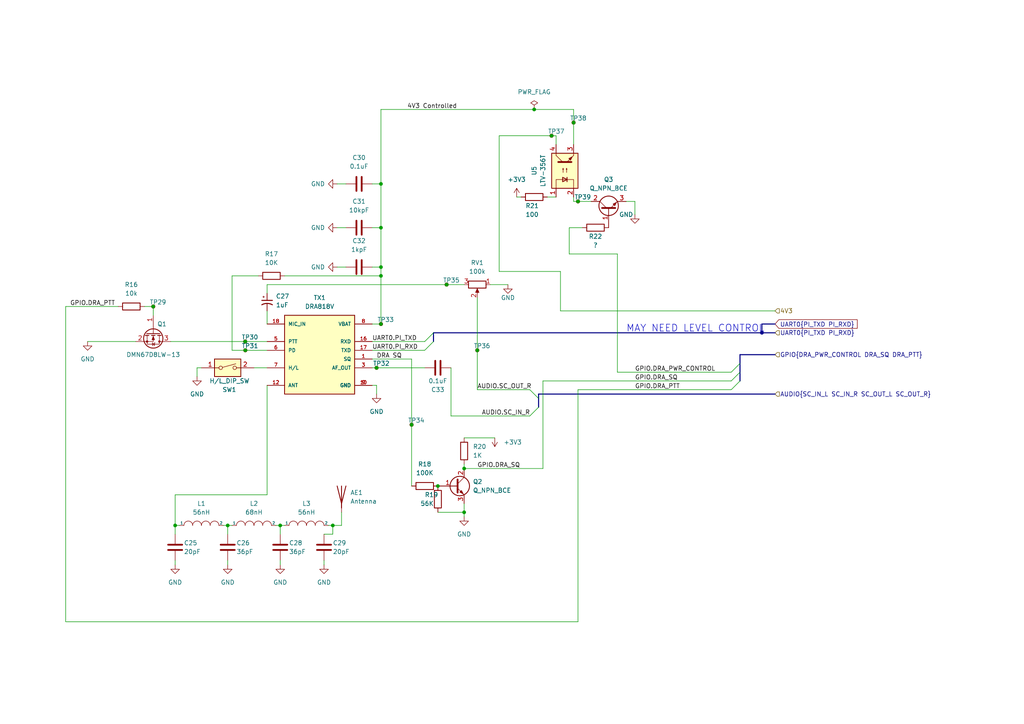
<source format=kicad_sch>
(kicad_sch (version 20211123) (generator eeschema)
  (paper "A4")
  (lib_symbols
    (symbol "Connector:TestPoint_Small" (pin_numbers hide) (pin_names (offset 0.762) hide)
      (property "Reference" "TP" (at 0 3.81 0))
      (property "Value" "TestPoint_Small" (at 0 2.032 0))
      (symbol "TestPoint_Small_0_1"
        (circle (center 0 0) (radius 0.508))
      )
      (symbol "TestPoint_Small_1_1"
        (pin passive line (at 0 0 90) (length 0) (name "1") (number "1"))
      )
    )
    (symbol "DRA818V:DRA818V" (pin_names (offset 1.016))
      (property "Reference" "U" (at -10.1661 13.2159 0))
      (property "Value" "DRA818V" (at -10.1663 -12.7078 0))
      (symbol "DRA818V_0_0"
        (rectangle (start -10.16 -10.16) (end 10.16 12.7) (stroke (width 0.254)) (fill (type background)))
        (pin output line (at 15.24 0 180) (length 5.08) (name "SQ") (number "1"))
        (pin power_in line (at 15.24 -7.62 180) (length 5.08) (name "GND") (number "10"))
        (pin passive line (at -15.24 -7.62 0) (length 5.08) (name "ANT") (number "12"))
        (pin input line (at 15.24 5.08 180) (length 5.08) (name "RXD") (number "16"))
        (pin output line (at 15.24 2.54 180) (length 5.08) (name "TXD") (number "17"))
        (pin input line (at -15.24 10.16 0) (length 5.08) (name "MIC_IN") (number "18"))
        (pin output line (at 15.24 -2.54 180) (length 5.08) (name "AF_OUT") (number "3"))
        (pin input line (at -15.24 5.08 0) (length 5.08) (name "PTT") (number "5"))
        (pin input line (at -15.24 2.54 0) (length 5.08) (name "PD") (number "6"))
        (pin input line (at -15.24 -2.54 0) (length 5.08) (name "H/L") (number "7"))
        (pin power_in line (at 15.24 10.16 180) (length 5.08) (name "VBAT") (number "8"))
        (pin power_in line (at 15.24 -7.62 180) (length 5.08) (name "GND") (number "9"))
      )
    )
    (symbol "Device:Antenna" (pin_numbers hide) (pin_names (offset 1.016) hide)
      (property "Reference" "AE" (at -1.905 1.905 0))
      (property "Value" "Antenna" (at -1.905 0 0))
      (symbol "Antenna_0_1"
        (polyline (pts (xy 0 2.54) (xy 0 -3.81)) (stroke (width 0.254)))
        (polyline (pts (xy 1.27 2.54) (xy 0 -2.54) (xy -1.27 2.54)) (stroke (width 0.254)))
      )
      (symbol "Antenna_1_1"
        (pin input line (at 0 -5.08 90) (length 2.54) (name "A") (number "1"))
      )
    )
    (symbol "Device:C" (pin_numbers hide) (pin_names (offset 0.254))
      (property "Reference" "C" (at 0.635 2.54 0))
      (property "Value" "C" (at 0.635 -2.54 0))
      (symbol "C_0_1"
        (polyline (pts (xy -2.032 -0.762) (xy 2.032 -0.762)) (stroke (width 0.508)))
        (polyline (pts (xy -2.032 0.762) (xy 2.032 0.762)) (stroke (width 0.508)))
      )
      (symbol "C_1_1"
        (pin passive line (at 0 3.81 270) (length 2.794) (name "~") (number "1"))
        (pin passive line (at 0 -3.81 90) (length 2.794) (name "~") (number "2"))
      )
    )
    (symbol "Device:C_Polarized_Small_US" (pin_numbers hide) (pin_names (offset 0.254) hide)
      (property "Reference" "C" (at 0.254 1.778 0))
      (property "Value" "C_Polarized_Small_US" (at 0.254 -2.032 0))
      (symbol "C_Polarized_Small_US_0_1"
        (polyline (pts (xy -1.524 0.508) (xy 1.524 0.508)) (stroke (width 0.3048)))
        (polyline (pts (xy -1.27 1.524) (xy -0.762 1.524)))
        (polyline (pts (xy -1.016 1.27) (xy -1.016 1.778)))
        (arc (start 1.524 -0.762) (mid 0 -0.3734) (end -1.524 -0.762) (stroke (width 0.3048)))
      )
      (symbol "C_Polarized_Small_US_1_1"
        (pin passive line (at 0 2.54 270) (length 2.032) (name "~") (number "1"))
        (pin passive line (at 0 -2.54 90) (length 2.032) (name "~") (number "2"))
      )
    )
    (symbol "Device:Q_NPN_BCE" (pin_names (offset 0) hide)
      (property "Reference" "Q" (at 5.08 1.27 0))
      (property "Value" "Q_NPN_BCE" (at 5.08 -1.27 0))
      (symbol "Q_NPN_BCE_0_1"
        (polyline (pts (xy 0.635 0.635) (xy 2.54 2.54)))
        (polyline (pts (xy 0.635 -0.635) (xy 2.54 -2.54) (xy 2.54 -2.54)))
        (polyline (pts (xy 0.635 1.905) (xy 0.635 -1.905) (xy 0.635 -1.905)) (stroke (width 0.508)))
        (polyline (pts (xy 1.27 -1.778) (xy 1.778 -1.27) (xy 2.286 -2.286) (xy 1.27 -1.778) (xy 1.27 -1.778)) (fill (type outline)))
        (circle (center 1.27 0) (radius 2.8194) (stroke (width 0.254)))
      )
      (symbol "Q_NPN_BCE_1_1"
        (pin input line (at -5.08 0 0) (length 5.715) (name "B") (number "1"))
        (pin passive line (at 2.54 5.08 270) (length 2.54) (name "C") (number "2"))
        (pin passive line (at 2.54 -5.08 90) (length 2.54) (name "E") (number "3"))
      )
    )
    (symbol "Device:R" (pin_numbers hide) (pin_names (offset 0))
      (property "Reference" "R" (at 2.032 0 90))
      (property "Value" "R" (at 0 0 90))
      (symbol "R_0_1"
        (rectangle (start -1.016 -2.54) (end 1.016 2.54) (stroke (width 0.254)))
      )
      (symbol "R_1_1"
        (pin passive line (at 0 3.81 270) (length 1.27) (name "~") (number "1"))
        (pin passive line (at 0 -3.81 90) (length 1.27) (name "~") (number "2"))
      )
    )
    (symbol "Device:R_Potentiometer" (pin_names (offset 1.016) hide)
      (property "Reference" "RV" (at -4.445 0 90))
      (property "Value" "R_Potentiometer" (at -2.54 0 90))
      (symbol "R_Potentiometer_0_1"
        (polyline (pts (xy 2.54 0) (xy 1.524 0)))
        (polyline (pts (xy 1.143 0) (xy 2.286 0.508) (xy 2.286 -0.508) (xy 1.143 0)) (fill (type outline)))
        (rectangle (start 1.016 2.54) (end -1.016 -2.54) (stroke (width 0.254)))
      )
      (symbol "R_Potentiometer_1_1"
        (pin passive line (at 0 3.81 270) (length 1.27) (name "1") (number "1"))
        (pin passive line (at 3.81 0 180) (length 1.27) (name "2") (number "2"))
        (pin passive line (at 0 -3.81 90) (length 1.27) (name "3") (number "3"))
      )
    )
    (symbol "Isolator:LTV-356T" (pin_names (offset 1.016))
      (property "Reference" "U" (at -5.334 4.826 0))
      (property "Value" "LTV-356T" (at 0 5.08 0))
      (symbol "LTV-356T_0_1"
        (rectangle (start -5.08 3.81) (end 5.08 -3.81) (stroke (width 0.254)) (fill (type background)))
        (polyline (pts (xy -3.175 -0.635) (xy -1.905 -0.635)) (stroke (width 0.254)))
        (polyline (pts (xy 2.54 0.635) (xy 4.445 2.54)))
        (polyline (pts (xy 4.445 -2.54) (xy 2.54 -0.635)) (fill (type outline)))
        (polyline (pts (xy 4.445 -2.54) (xy 5.08 -2.54)))
        (polyline (pts (xy 4.445 2.54) (xy 5.08 2.54)))
        (polyline (pts (xy -5.08 2.54) (xy -2.54 2.54) (xy -2.54 -0.762)))
        (polyline (pts (xy -2.54 -0.635) (xy -2.54 -2.54) (xy -5.08 -2.54)))
        (polyline (pts (xy 2.54 1.905) (xy 2.54 -1.905) (xy 2.54 -1.905)) (stroke (width 0.508)))
        (polyline (pts (xy -2.54 -0.635) (xy -3.175 0.635) (xy -1.905 0.635) (xy -2.54 -0.635)) (stroke (width 0.254)))
        (polyline (pts (xy -0.508 -0.508) (xy 0.762 -0.508) (xy 0.381 -0.635) (xy 0.381 -0.381) (xy 0.762 -0.508)))
        (polyline (pts (xy -0.508 0.508) (xy 0.762 0.508) (xy 0.381 0.381) (xy 0.381 0.635) (xy 0.762 0.508)))
        (polyline (pts (xy 3.048 -1.651) (xy 3.556 -1.143) (xy 4.064 -2.159) (xy 3.048 -1.651) (xy 3.048 -1.651)) (fill (type outline)))
      )
      (symbol "LTV-356T_1_1"
        (pin passive line (at -7.62 2.54 0) (length 2.54) (name "~") (number "1"))
        (pin passive line (at -7.62 -2.54 0) (length 2.54) (name "~") (number "2"))
        (pin passive line (at 7.62 -2.54 180) (length 2.54) (name "~") (number "3"))
        (pin passive line (at 7.62 2.54 180) (length 2.54) (name "~") (number "4"))
      )
    )
    (symbol "Switch:SW_DIP_x01" (pin_names (offset 0) hide)
      (property "Reference" "SW" (at 0 3.81 0))
      (property "Value" "SW_DIP_x01" (at 0 -3.81 0))
      (symbol "SW_DIP_x01_0_0"
        (circle (center -2.032 0) (radius 0.508))
        (polyline (pts (xy -1.524 0.127) (xy 2.3622 1.1684)))
        (circle (center 2.032 0) (radius 0.508))
      )
      (symbol "SW_DIP_x01_0_1"
        (rectangle (start -3.81 2.54) (end 3.81 -2.54) (stroke (width 0.254)) (fill (type background)))
      )
      (symbol "SW_DIP_x01_1_1"
        (pin passive line (at -7.62 0 0) (length 5.08) (name "~") (number "1"))
        (pin passive line (at 7.62 0 180) (length 5.08) (name "~") (number "2"))
      )
    )
    (symbol "Transistor_FET:2N7002K" (pin_names hide)
      (property "Reference" "Q" (at 5.08 1.905 0))
      (property "Value" "2N7002K" (at 5.08 0 0))
      (symbol "2N7002K_0_1"
        (polyline (pts (xy 0.254 0) (xy -2.54 0)))
        (polyline (pts (xy 0.254 1.905) (xy 0.254 -1.905)) (stroke (width 0.254)))
        (polyline (pts (xy 0.762 -1.27) (xy 0.762 -2.286)) (stroke (width 0.254)))
        (polyline (pts (xy 0.762 0.508) (xy 0.762 -0.508)) (stroke (width 0.254)))
        (polyline (pts (xy 0.762 2.286) (xy 0.762 1.27)) (stroke (width 0.254)))
        (polyline (pts (xy 2.54 2.54) (xy 2.54 1.778)))
        (polyline (pts (xy 2.54 -2.54) (xy 2.54 0) (xy 0.762 0)))
        (polyline (pts (xy 0.762 -1.778) (xy 3.302 -1.778) (xy 3.302 1.778) (xy 0.762 1.778)))
        (polyline (pts (xy 1.016 0) (xy 2.032 0.381) (xy 2.032 -0.381) (xy 1.016 0)) (fill (type outline)))
        (polyline (pts (xy 2.794 0.508) (xy 2.921 0.381) (xy 3.683 0.381) (xy 3.81 0.254)))
        (polyline (pts (xy 3.302 0.381) (xy 2.921 -0.254) (xy 3.683 -0.254) (xy 3.302 0.381)))
        (circle (center 1.651 0) (radius 2.794) (stroke (width 0.254)))
        (circle (center 2.54 -1.778) (radius 0.254) (fill (type outline)))
        (circle (center 2.54 1.778) (radius 0.254) (fill (type outline)))
      )
      (symbol "2N7002K_1_1"
        (pin input line (at -5.08 0 0) (length 2.54) (name "G") (number "1"))
        (pin passive line (at 2.54 -5.08 90) (length 2.54) (name "S") (number "2"))
        (pin passive line (at 2.54 5.08 270) (length 2.54) (name "D") (number "3"))
      )
    )
    (symbol "power:+3V3" (power) (pin_names (offset 0))
      (property "Value" "+3V3" (at 0 3.556 0))
      (symbol "+3V3_0_1"
        (polyline (pts (xy -0.762 1.27) (xy 0 2.54)))
        (polyline (pts (xy 0 0) (xy 0 2.54)))
        (polyline (pts (xy 0 2.54) (xy 0.762 1.27)))
      )
      (symbol "+3V3_1_1"
        (pin power_in line (at 0 0 90) (length 0) hide (name "+3V3") (number "1"))
      )
    )
    (symbol "power:GND" (power) (pin_names (offset 0))
      (property "Value" "GND" (at 0 -3.81 0))
      (symbol "GND_0_1"
        (polyline (pts (xy 0 0) (xy 0 -1.27) (xy 1.27 -1.27) (xy 0 -2.54) (xy -1.27 -1.27) (xy 0 -1.27)))
      )
      (symbol "GND_1_1"
        (pin power_in line (at 0 0 270) (length 0) hide (name "GND") (number "1"))
      )
    )
    (symbol "power:PWR_FLAG" (power) (pin_numbers hide) (pin_names (offset 0) hide)
      (property "Value" "PWR_FLAG" (at 0 3.81 0))
      (symbol "PWR_FLAG_0_0"
        (pin power_out line (at 0 0 90) (length 0) (name "pwr") (number "1"))
      )
      (symbol "PWR_FLAG_0_1"
        (polyline (pts (xy 0 0) (xy 0 1.27) (xy -1.016 1.905) (xy 0 2.54) (xy 1.016 1.905) (xy 0 1.27)))
      )
    )
    (symbol "pspice:INDUCTOR" (pin_numbers hide) (pin_names (offset 0))
      (property "Reference" "L" (at 0 2.54 0))
      (property "Value" "INDUCTOR" (at 0 -1.27 0))
      (symbol "INDUCTOR_0_1"
        (arc (start -2.54 0) (mid -3.81 1.27) (end -5.08 0))
        (arc (start 0 0) (mid -1.27 1.27) (end -2.54 0))
        (arc (start 2.54 0) (mid 1.27 1.27) (end 0 0))
        (arc (start 5.08 0) (mid 3.81 1.27) (end 2.54 0))
      )
      (symbol "INDUCTOR_1_1"
        (pin input line (at -6.35 0 0) (length 1.27) (name "1") (number "1"))
        (pin input line (at 6.35 0 180) (length 1.27) (name "2") (number "2"))
      )
    )
  )
  (junction (at 129.54 82.55))
  (junction (at 110.49 80.01))
  (junction (at 109.22 106.68))
  (junction (at 110.49 66.04))
  (junction (at 138.43 101.6))
  (junction (at 134.62 135.89))
  (junction (at 71.12 99.06))
  (junction (at 159.9711 39.37))
  (junction (at 167.64 58.42))
  (junction (at 71.1549 101.6))
  (junction (at 166.37 35.56))
  (junction (at 44.45 88.9))
  (junction (at 220.98 96.52))
  (junction (at 110.49 93.98))
  (junction (at 66.04 152.4))
  (junction (at 127 140.97))
  (junction (at 50.8 152.4))
  (junction (at 110.49 53.34))
  (junction (at 110.49 77.47))
  (junction (at 134.62 148.59))
  (junction (at 96.52 152.4))
  (junction (at 81.28 152.4))
  (junction (at 119.38 123.19))
  (junction (at 154.94 31.75))
  (bus_entry (at 214.63 107.95) (size -2.54 2.54))
  (bus_entry (at 125.73 99.06) (size -2.54 2.54))
  (bus_entry (at 156.21 115.57) (size -2.54 -2.54))
  (bus_entry (at 214.63 105.41) (size -2.54 2.54))
  (bus_entry (at 125.73 96.52) (size -2.54 2.54))
  (bus_entry (at 156.21 118.11) (size -2.54 2.54))
  (bus_entry (at 214.63 110.49) (size -2.54 2.54))
  (wire (pts (xy 82.55 80.01) (xy 110.49 80.01)))
  (wire (pts (xy 81.28 162.56) (xy 81.28 163.83)))
  (wire (pts (xy 159.9711 39.37) (xy 144.78 39.37)))
  (wire (pts (xy 119.38 104.14) (xy 119.38 123.19)))
  (wire (pts (xy 96.52 152.4) (xy 99.06 152.4)))
  (wire (pts (xy 162.56 78.74) (xy 162.56 90.17)))
  (wire (pts (xy 64.77 152.4) (xy 66.04 152.4)))
  (bus (pts (xy 220.98 96.52) (xy 224.79 96.52)))
  (wire (pts (xy 157.48 110.49) (xy 212.09 110.49)))
  (wire (pts (xy 162.56 90.17) (xy 224.79 90.17)))
  (wire (pts (xy 58.42 106.68) (xy 57.15 106.68)))
  (wire (pts (xy 110.49 80.01) (xy 110.49 93.98)))
  (bus (pts (xy 125.73 96.52) (xy 125.73 99.06)))
  (wire (pts (xy 66.04 162.56) (xy 66.04 163.83)))
  (wire (pts (xy 166.37 31.75) (xy 166.37 35.56)))
  (wire (pts (xy 130.81 120.65) (xy 153.67 120.65)))
  (wire (pts (xy 57.15 106.68) (xy 57.15 109.22)))
  (bus (pts (xy 156.21 115.57) (xy 156.21 118.11)))
  (wire (pts (xy 19.05 180.34) (xy 167.64 180.34)))
  (wire (pts (xy 107.95 77.47) (xy 110.49 77.47)))
  (wire (pts (xy 97.79 77.47) (xy 100.33 77.47)))
  (wire (pts (xy 77.47 143.51) (xy 77.47 111.76)))
  (wire (pts (xy 41.91 88.9) (xy 44.45 88.9)))
  (wire (pts (xy 71.1549 101.6) (xy 77.47 101.6)))
  (wire (pts (xy 144.78 78.74) (xy 162.56 78.74)))
  (wire (pts (xy 81.28 152.4) (xy 81.28 154.94)))
  (wire (pts (xy 138.43 86.36) (xy 138.43 101.6)))
  (wire (pts (xy 134.62 135.89) (xy 157.48 135.89)))
  (wire (pts (xy 50.8 162.56) (xy 50.8 163.83)))
  (wire (pts (xy 110.49 31.75) (xy 110.49 53.34)))
  (wire (pts (xy 67.31 101.6) (xy 67.31 80.01)))
  (wire (pts (xy 66.04 152.4) (xy 66.04 154.94)))
  (wire (pts (xy 130.81 120.65) (xy 130.81 106.68)))
  (wire (pts (xy 107.95 99.06) (xy 123.19 99.06)))
  (wire (pts (xy 134.62 127) (xy 143.51 127)))
  (wire (pts (xy 167.64 180.34) (xy 167.64 113.03)))
  (wire (pts (xy 50.8 143.51) (xy 77.47 143.51)))
  (wire (pts (xy 109.22 111.76) (xy 109.22 114.3)))
  (wire (pts (xy 138.43 113.03) (xy 153.67 113.03)))
  (bus (pts (xy 125.73 96.52) (xy 220.98 96.52)))
  (wire (pts (xy 44.45 88.9) (xy 44.45 91.44)))
  (wire (pts (xy 138.43 101.6) (xy 138.43 113.03)))
  (wire (pts (xy 96.52 152.4) (xy 96.52 154.94)))
  (wire (pts (xy 166.37 31.75) (xy 154.94 31.75)))
  (wire (pts (xy 161.29 39.37) (xy 161.29 41.91)))
  (wire (pts (xy 129.54 82.55) (xy 134.62 82.55)))
  (wire (pts (xy 25.4 99.06) (xy 39.37 99.06)))
  (bus (pts (xy 214.63 107.95) (xy 214.63 105.41)))
  (wire (pts (xy 93.98 154.94) (xy 96.52 154.94)))
  (wire (pts (xy 110.49 53.34) (xy 110.49 66.04)))
  (wire (pts (xy 107.95 53.34) (xy 110.49 53.34)))
  (wire (pts (xy 107.95 101.6) (xy 123.19 101.6)))
  (wire (pts (xy 50.8 152.4) (xy 50.8 143.51)))
  (wire (pts (xy 93.98 162.56) (xy 93.98 163.83)))
  (wire (pts (xy 181.61 58.42) (xy 184.15 58.42)))
  (wire (pts (xy 71.12 99.06) (xy 77.47 99.06)))
  (wire (pts (xy 110.49 77.47) (xy 110.49 80.01)))
  (wire (pts (xy 167.64 58.42) (xy 171.45 58.42)))
  (wire (pts (xy 157.48 135.89) (xy 157.48 110.49)))
  (wire (pts (xy 179.07 107.95) (xy 179.07 73.66)))
  (wire (pts (xy 165.1 73.66) (xy 179.07 73.66)))
  (wire (pts (xy 134.62 148.59) (xy 134.62 149.86)))
  (wire (pts (xy 99.06 148.59) (xy 99.06 152.4)))
  (wire (pts (xy 95.25 152.4) (xy 96.52 152.4)))
  (wire (pts (xy 80.01 152.4) (xy 81.28 152.4)))
  (wire (pts (xy 50.8 152.4) (xy 52.07 152.4)))
  (wire (pts (xy 127 148.59) (xy 134.62 148.59)))
  (wire (pts (xy 158.75 57.15) (xy 161.29 57.15)))
  (wire (pts (xy 134.62 134.62) (xy 134.62 135.89)))
  (bus (pts (xy 156.21 114.3) (xy 156.21 115.57)))
  (wire (pts (xy 66.04 152.4) (xy 67.31 152.4)))
  (wire (pts (xy 166.37 58.42) (xy 166.37 57.15)))
  (wire (pts (xy 168.91 66.04) (xy 165.1 66.04)))
  (wire (pts (xy 144.78 39.37) (xy 144.78 78.74)))
  (bus (pts (xy 224.79 102.87) (xy 214.63 102.87)))
  (wire (pts (xy 50.8 154.94) (xy 50.8 152.4)))
  (wire (pts (xy 107.95 111.76) (xy 109.22 111.76)))
  (wire (pts (xy 166.37 58.42) (xy 167.64 58.42)))
  (wire (pts (xy 149.86 57.15) (xy 151.13 57.15)))
  (wire (pts (xy 119.38 123.19) (xy 119.38 140.97)))
  (bus (pts (xy 214.63 110.49) (xy 214.63 107.95)))
  (wire (pts (xy 161.29 39.37) (xy 159.9711 39.37)))
  (wire (pts (xy 19.05 88.9) (xy 19.05 180.34)))
  (wire (pts (xy 107.95 66.04) (xy 110.49 66.04)))
  (wire (pts (xy 77.47 82.55) (xy 77.47 85.09)))
  (bus (pts (xy 156.21 114.3) (xy 224.79 114.3)))
  (bus (pts (xy 214.63 105.41) (xy 214.63 102.87)))
  (wire (pts (xy 134.62 146.05) (xy 134.62 148.59)))
  (wire (pts (xy 97.79 66.04) (xy 100.33 66.04)))
  (wire (pts (xy 107.95 93.98) (xy 110.49 93.98)))
  (wire (pts (xy 19.05 88.9) (xy 34.29 88.9)))
  (wire (pts (xy 77.47 82.55) (xy 129.54 82.55)))
  (wire (pts (xy 110.49 66.04) (xy 110.49 77.47)))
  (bus (pts (xy 224.79 93.98) (xy 220.98 93.98)))
  (wire (pts (xy 212.09 107.95) (xy 179.07 107.95)))
  (wire (pts (xy 77.47 90.17) (xy 77.47 93.98)))
  (bus (pts (xy 220.98 93.98) (xy 220.98 96.52)))
  (wire (pts (xy 107.95 104.14) (xy 119.38 104.14)))
  (wire (pts (xy 166.37 35.56) (xy 166.37 41.91)))
  (wire (pts (xy 67.31 101.6) (xy 71.1549 101.6)))
  (wire (pts (xy 81.28 152.4) (xy 82.55 152.4)))
  (wire (pts (xy 109.22 106.68) (xy 123.19 106.68)))
  (wire (pts (xy 184.15 58.42) (xy 184.15 62.23)))
  (wire (pts (xy 165.1 66.04) (xy 165.1 73.66)))
  (wire (pts (xy 154.94 31.75) (xy 110.49 31.75)))
  (wire (pts (xy 167.64 113.03) (xy 212.09 113.03)))
  (wire (pts (xy 97.79 53.34) (xy 100.33 53.34)))
  (wire (pts (xy 67.31 80.01) (xy 74.93 80.01)))
  (wire (pts (xy 49.53 99.06) (xy 71.12 99.06)))
  (wire (pts (xy 142.24 82.55) (xy 147.32 82.55)))
  (wire (pts (xy 107.95 106.68) (xy 109.22 106.68)))
  (wire (pts (xy 73.66 106.68) (xy 77.47 106.68)))
  (text "MAY NEED LEVEL CONTROL\n" (at 181.61 96.52 0) (effects (font (size 2 2)) (justify left bottom)))
  (label "GPIO.DRA_PTT" (at 20.32 88.9 0))
  (label "GPIO.DRA_SQ" (at 184.15 110.49 0))
  (label "GPIO.DRA_SQ" (at 138.43 135.89 0))
  (label "AUDIO.SC_OUT_R" (at 138.43 113.03 0))
  (label "UART0.PI_TXD" (at 107.95 99.06 0))
  (label "GPIO.DRA_PTT" (at 184.15 113.03 0))
  (label "DRA SQ" (at 109.22 104.14 0))
  (label "4V3 Controlled" (at 118.11 31.75 0))
  (label "UART0.PI_RXD" (at 107.95 101.6 0))
  (label "AUDIO.SC_IN_R" (at 139.7 120.65 0))
  (label "GPIO.DRA_PWR_CONTROL" (at 184.15 107.95 0))
  (global_label "UART0{PI_TXD PI_RXD}" (shape input) (at 224.79 93.98 0) (property "Intersheet References" "${INTERSHEET_REFS}" (effects hide)))
  (hierarchical_label "4V3" (shape input) (at 224.79 90.17 0))
  (hierarchical_label "AUDIO{SC_IN_L SC_IN_R SC_OUT_L SC_OUT_R}" (shape input) (at 224.79 114.3 0))
  (hierarchical_label "UART0{PI_TXD PI_RXD}" (shape input) (at 224.79 96.52 0))
  (hierarchical_label "GPIO{DRA_PWR_CONTROL DRA_SQ DRA_PTT}" (shape input) (at 224.79 102.87 0))
  (symbol (lib_id "Device:R") (at 134.62 130.81 0) (unit 1)
    (property "Reference" "R20" (at 137.16 129.5399 0) (effects (justify left)))
    (property "Value" "1K" (at 137.16 132.0799 0) (effects (justify left)))
    (property "Footprint" "Resistor_SMD:R_0603_1608Metric_Pad0.98x0.95mm_HandSolder" (effects hide))
    (property "Digikey" "https://www.digikey.com/short/f10jtr77" (effects hide))
    (property "Unit Price" "0.10" (effects hide))
  )
  (symbol (lib_id "pspice:INDUCTOR") (at 73.66 152.4 0) (unit 1)
    (property "Reference" "L2" (at 73.66 146.05 0))
    (property "Value" "68nH" (at 73.66 148.59 0))
    (property "Footprint" "footprints:IND_AIAC-1812-33NK-T" (effects hide))
    (property "Digikey" "https://www.digikey.com/short/p9jjjhfr" (effects hide))
    (property "Unit Price" ".63" (effects hide))
  )
  (symbol (lib_id "power:GND") (at 97.79 77.47 270) (unit 1)
    (property "Reference" "#PWR0160" (effects hide))
    (property "Value" "GND" (at 90.17 77.47 90) (effects (justify left)))
  )
  (symbol (lib_id "Device:Q_NPN_BCE") (at 176.53 60.96 90) (unit 1)
    (property "Reference" "Q3" (at 176.53 52.07 90))
    (property "Value" "Q_NPN_BCE" (at 176.53 54.61 90))
    (property "Footprint" "Package_TO_SOT_SMD:SOT-23" (effects hide))
    (property "Digikey" "https://www.digikey.com/short/b477vdt4" (effects hide))
    (property "Unit Price" "$0.18" (effects hide))
  )
  (symbol (lib_id "power:GND") (at 97.79 53.34 270) (unit 1)
    (property "Reference" "#PWR0152" (effects hide))
    (property "Value" "GND" (at 90.17 53.34 90) (effects (justify left)))
  )
  (symbol (lib_id "power:GND") (at 93.98 163.83 0) (unit 1)
    (property "Reference" "#PWR0157" (effects hide))
    (property "Value" "GND" (at 93.98 168.91 0))
  )
  (symbol (lib_id "Connector:TestPoint_Small") (at 166.37 35.56 0) (mirror y) (unit 1)
    (property "Reference" "TP38" (at 170.18 34.29 0) (effects (justify left)))
    (property "Value" "Test Point" (effects hide))
    (property "Footprint" "TestPoint:TestPoint_Pad_D1.0mm" (effects hide))
  )
  (symbol (lib_id "Connector:TestPoint_Small") (at 159.9711 39.37 0) (mirror y) (unit 1)
    (property "Reference" "TP37" (at 163.7811 38.1 0) (effects (justify left)))
    (property "Value" "Test Point" (effects hide))
    (property "Footprint" "TestPoint:TestPoint_Pad_D1.0mm" (effects hide))
  )
  (symbol (lib_id "pspice:INDUCTOR") (at 88.9 152.4 0) (unit 1)
    (property "Reference" "L3" (at 88.9 146.05 0))
    (property "Value" "56nH" (at 88.9 148.59 0))
    (property "Footprint" "footprints:IND_AIAC-1812-33NK-T" (effects hide))
    (property "Digikey" "https://www.digikey.com/short/9vrrnz3q" (effects hide))
    (property "Unit Price" ".67" (effects hide))
  )
  (symbol (lib_id "power:GND") (at 147.32 82.55 0) (unit 1)
    (property "Reference" "#PWR0147" (effects hide))
    (property "Value" "GND" (at 147.32 86.36 0))
  )
  (symbol (lib_id "Connector:TestPoint_Small") (at 119.38 123.19 0) (mirror y) (unit 1)
    (property "Reference" "TP34" (at 123.19 121.92 0) (effects (justify left)))
    (property "Value" "Test Point" (effects hide))
    (property "Footprint" "TestPoint:TestPoint_Pad_D1.0mm" (effects hide))
  )
  (symbol (lib_id "Device:C") (at 127 106.68 90) (unit 1)
    (property "Reference" "C33" (at 127 113.03 90))
    (property "Value" "0.1uF" (at 127 110.49 90))
    (property "Footprint" "Capacitor_SMD:C_0603_1608Metric_Pad1.08x0.95mm_HandSolder" (effects hide))
    (property "Digikey" "https://www.digikey.com/short/3wn2fdb2" (effects hide))
    (property "Unit Price" "0.10" (effects hide))
  )
  (symbol (lib_id "power:GND") (at 134.62 149.86 0) (unit 1)
    (property "Reference" "#PWR0150" (effects hide))
    (property "Value" "GND" (at 134.62 154.94 0))
  )
  (symbol (lib_id "Connector:TestPoint_Small") (at 138.43 101.6 0) (mirror y) (unit 1)
    (property "Reference" "TP36" (at 142.24 100.33 0) (effects (justify left)))
    (property "Value" "Test Point" (effects hide))
    (property "Footprint" "TestPoint:TestPoint_Pad_D1.0mm" (effects hide))
  )
  (symbol (lib_id "power:GND") (at 81.28 163.83 0) (unit 1)
    (property "Reference" "#PWR0154" (effects hide))
    (property "Value" "GND" (at 81.28 168.91 0))
  )
  (symbol (lib_id "Connector:TestPoint_Small") (at 167.64 58.42 0) (mirror y) (unit 1)
    (property "Reference" "TP39" (at 171.45 57.15 0) (effects (justify left)))
    (property "Value" "Test Point" (effects hide))
    (property "Footprint" "TestPoint:TestPoint_Pad_D1.0mm" (effects hide))
  )
  (symbol (lib_id "power:GND") (at 50.8 163.83 0) (unit 1)
    (property "Reference" "#PWR0155" (effects hide))
    (property "Value" "GND" (at 50.8 168.91 0))
  )
  (symbol (lib_id "Device:R") (at 154.94 57.15 270) (unit 1)
    (property "Reference" "R21" (at 152.4 59.69 90) (effects (justify left)))
    (property "Value" "100" (at 152.4 62.23 90) (effects (justify left)))
    (property "Footprint" "Resistor_SMD:R_0805_2012Metric_Pad1.20x1.40mm_HandSolder" (effects hide))
    (property "Min Wat" "0.036" (effects hide))
    (property "Digikey" "https://www.digikey.com/short/j2drdv0p" (effects hide))
    (property "Unit Price" "0.10" (effects hide))
  )
  (symbol (lib_id "Device:C") (at 104.14 53.34 90) (unit 1)
    (property "Reference" "C30" (at 104.14 45.72 90))
    (property "Value" "0.1uF" (at 104.14 48.26 90))
    (property "Footprint" "Capacitor_SMD:C_0603_1608Metric_Pad1.08x0.95mm_HandSolder" (effects hide))
    (property "Digikey" "https://www.digikey.com/short/3wn2fdb2" (effects hide))
    (property "Unit Price" "0.10" (effects hide))
  )
  (symbol (lib_id "Device:R") (at 123.19 140.97 90) (unit 1)
    (property "Reference" "R18" (at 123.19 134.62 90))
    (property "Value" "100K" (at 123.19 137.16 90))
    (property "Footprint" "Resistor_SMD:R_0603_1608Metric_Pad0.98x0.95mm_HandSolder" (effects hide))
    (property "Digikey" "https://www.digikey.com/short/djq9jdpp" (effects hide))
    (property "Unit Price" "0.10" (effects hide))
  )
  (symbol (lib_id "Device:C") (at 81.28 158.75 0) (unit 1)
    (property "Reference" "C28" (at 83.82 157.48 0) (effects (justify left)))
    (property "Value" "36pF" (at 83.82 160.02 0) (effects (justify left)))
    (property "Footprint" "Capacitor_SMD:C_0603_1608Metric_Pad1.08x0.95mm_HandSolder" (effects hide))
    (property "Digikey" "https://www.digikey.com/short/327pncbq" (effects hide))
    (property "Unit Price" "0.10" (effects hide))
  )
  (symbol (lib_id "Connector:TestPoint_Small") (at 71.12 99.06 0) (mirror y) (unit 1)
    (property "Reference" "TP30" (at 74.93 97.79 0) (effects (justify left)))
    (property "Value" "Test Point" (effects hide))
    (property "Footprint" "TestPoint:TestPoint_Pad_D1.0mm" (effects hide))
  )
  (symbol (lib_id "power:+3V3") (at 143.51 127 180) (unit 1)
    (property "Reference" "#PWR0149" (effects hide))
    (property "Value" "+3V3" (at 146.05 128.2699 0) (effects (justify right)))
  )
  (symbol (lib_id "Device:C") (at 50.8 158.75 0) (unit 1)
    (property "Reference" "C25" (at 53.34 157.48 0) (effects (justify left)))
    (property "Value" "20pF" (at 53.34 160.02 0) (effects (justify left)))
    (property "Footprint" "Capacitor_SMD:C_0603_1608Metric_Pad1.08x0.95mm_HandSolder" (effects hide))
    (property "Digikey" "https://www.digikey.com/short/fmjn8mbp" (effects hide))
    (property "Unit Price" "0.10" (effects hide))
  )
  (symbol (lib_id "power:GND") (at 184.15 62.23 0) (unit 1)
    (property "Reference" "#PWR0161" (effects hide))
    (property "Value" "GND" (at 181.61 62.23 0))
  )
  (symbol (lib_id "Connector:TestPoint_Small") (at 44.45 88.9 0) (mirror y) (unit 1)
    (property "Reference" "TP29" (at 48.26 87.63 0) (effects (justify left)))
    (property "Value" "Test Point" (effects hide))
    (property "Footprint" "TestPoint:TestPoint_Pad_D1.0mm" (effects hide))
  )
  (symbol (lib_id "Device:Antenna") (at 99.06 143.51 0) (unit 1)
    (property "Reference" "AE1" (at 101.6 142.8749 0) (effects (justify left)))
    (property "Value" "Antenna" (at 101.6 145.4149 0) (effects (justify left)))
    (property "Footprint" "footprints:LINX_CONSMA001-G" (effects hide))
  )
  (symbol (lib_id "Device:C") (at 93.98 158.75 0) (unit 1)
    (property "Reference" "C29" (at 96.52 157.48 0) (effects (justify left)))
    (property "Value" "20pF" (at 96.52 160.02 0) (effects (justify left)))
    (property "Footprint" "Capacitor_SMD:C_0603_1608Metric_Pad1.08x0.95mm_HandSolder" (effects hide))
    (property "Digikey" "https://www.digikey.com/short/fmjn8mbp" (effects hide))
    (property "Unit Price" "0.10" (effects hide))
  )
  (symbol (lib_id "Device:R_Potentiometer") (at 138.43 82.55 270) (unit 1)
    (property "Reference" "RV1" (at 138.43 76.2 90))
    (property "Value" "100k" (at 138.43 78.74 90))
    (property "Footprint" "footprints:TRIM_3361P-1-104GLF" (effects hide))
    (property "Digikey" "https://www.digikey.com/short/vp58mvrf" (effects hide))
    (property "Unit Price" "1.27" (effects hide))
  )
  (symbol (lib_id "power:GND") (at 109.22 114.3 0) (unit 1)
    (property "Reference" "#PWR0159" (effects hide))
    (property "Value" "GND" (at 109.22 119.38 0))
  )
  (symbol (lib_id "Switch:SW_DIP_x01") (at 66.04 106.68 0) (unit 1)
    (property "Reference" "SW1" (at 68.58 113.03 0) (effects (justify right)))
    (property "Value" "H/L_DIP_SW" (at 72.39 110.49 0) (effects (justify right)))
    (property "Footprint" "Button_Switch_THT:SW_DIP_SPSTx01_Slide_6.7x4.1mm_W7.62mm_P2.54mm_LowProfile" (effects hide))
    (property "Digikey" "https://www.digikey.com/short/hh7p03qq" (effects hide))
    (property "Unit Price" "0.42" (effects hide))
  )
  (symbol (lib_id "Device:R") (at 78.74 80.01 90) (unit 1)
    (property "Reference" "R17" (at 78.74 73.66 90))
    (property "Value" "10K" (at 78.74 76.2 90))
    (property "Footprint" "Resistor_SMD:R_0805_2012Metric_Pad1.20x1.40mm_HandSolder" (effects hide))
    (property "Digikey" "https://www.digikey.com/short/qp0zwmnj" (effects hide))
    (property "Unit Price" "0.10" (effects hide))
  )
  (symbol (lib_id "power:PWR_FLAG") (at 154.94 31.75 0) (unit 1)
    (property "Reference" "#FLG0106" (effects hide))
    (property "Value" "PWR_FLAG" (at 154.94 26.67 0))
  )
  (symbol (lib_id "Transistor_FET:2N7002K") (at 44.45 96.52 270) (unit 1)
    (property "Reference" "Q1" (at 46.99 93.98 90))
    (property "Value" "DMN67D8LW-13" (at 44.45 102.87 90))
    (property "Footprint" "Package_TO_SOT_SMD:SOT-323_SC-70_Handsoldering" (effects hide))
    (property "Datasheet" "https://www.diodes.com/assets/Datasheets/ds30896.pdf" (effects hide))
    (property "Digikey" "https://www.digikey.com/short/vpj3wh87" (effects hide))
    (property "Unit Price" "0.26" (effects hide))
  )
  (symbol (lib_id "Device:R") (at 172.72 66.04 270) (unit 1)
    (property "Reference" "R22" (at 172.72 68.58 90))
    (property "Value" "?" (at 172.72 71.12 90))
    (property "Footprint" "Resistor_SMD:R_0603_1608Metric_Pad0.98x0.95mm_HandSolder" (effects hide))
    (property "Digikey" "?" (effects hide))
  )
  (symbol (lib_id "Device:C") (at 104.14 66.04 90) (unit 1)
    (property "Reference" "C31" (at 104.14 58.42 90))
    (property "Value" "10kpF" (at 104.14 60.96 90))
    (property "Footprint" "Capacitor_SMD:C_0603_1608Metric_Pad1.08x0.95mm_HandSolder" (effects hide))
    (property "Digikey" "https://www.digikey.com/short/0b20twhm" (effects hide))
    (property "Unit Price" "0.10" (effects hide))
  )
  (symbol (lib_id "power:GND") (at 57.15 109.22 0) (unit 1)
    (property "Reference" "#PWR0148" (effects hide))
    (property "Value" "GND" (at 57.15 114.3 0))
  )
  (symbol (lib_id "Connector:TestPoint_Small") (at 110.49 93.98 0) (mirror y) (unit 1)
    (property "Reference" "TP33" (at 114.3 92.71 0) (effects (justify left)))
    (property "Value" "Test Point" (effects hide))
    (property "Footprint" "TestPoint:TestPoint_Pad_D1.0mm" (effects hide))
  )
  (symbol (lib_id "Device:C") (at 66.04 158.75 0) (unit 1)
    (property "Reference" "C26" (at 68.58 157.48 0) (effects (justify left)))
    (property "Value" "36pF" (at 68.58 160.02 0) (effects (justify left)))
    (property "Footprint" "Capacitor_SMD:C_0603_1608Metric_Pad1.08x0.95mm_HandSolder" (effects hide))
    (property "Digikey" "https://www.digikey.com/short/327pncbq" (effects hide))
    (property "Unit Price" "0.10" (effects hide))
  )
  (symbol (lib_id "DRA818V:DRA818V") (at 92.71 104.14 0) (unit 1)
    (property "Reference" "TX1" (at 92.71 86.36 0))
    (property "Value" "DRA818V" (at 92.71 88.9 0))
    (property "Footprint" "footprints:DORJI_DRA818V" (effects hide))
    (property "MANUFACTURER" "DORJI" (effects hide))
    (property "STANDARD" "MANUFACTURER RECOMMENDATIONS" (effects hide))
    (property "PART_REV" "1.23" (effects hide))
    (property "Digikey" "eBay" (effects hide))
    (property "Unit Price" "12.28" (effects hide))
  )
  (symbol (lib_id "Connector:TestPoint_Small") (at 71.1549 101.6 0) (mirror y) (unit 1)
    (property "Reference" "TP31" (at 74.9649 100.33 0) (effects (justify left)))
    (property "Value" "Test Point" (effects hide))
    (property "Footprint" "TestPoint:TestPoint_Pad_D1.0mm" (effects hide))
  )
  (symbol (lib_id "Connector:TestPoint_Small") (at 129.54 82.55 0) (mirror y) (unit 1)
    (property "Reference" "TP35" (at 133.35 81.28 0) (effects (justify left)))
    (property "Value" "Test Point" (effects hide))
    (property "Footprint" "TestPoint:TestPoint_Pad_D1.0mm" (effects hide))
  )
  (symbol (lib_id "Device:Q_NPN_BCE") (at 132.08 140.97 0) (unit 1)
    (property "Reference" "Q2" (at 137.16 139.6999 0) (effects (justify left)))
    (property "Value" "Q_NPN_BCE" (at 137.16 142.2399 0) (effects (justify left)))
    (property "Footprint" "Package_TO_SOT_SMD:SOT-23" (effects hide))
    (property "Digikey" "https://www.digikey.com/short/b477vdt4" (effects hide))
    (property "Unit Price" "$0.18" (effects hide))
  )
  (symbol (lib_id "Connector:TestPoint_Small") (at 109.22 106.68 0) (mirror y) (unit 1)
    (property "Reference" "TP32" (at 113.03 105.41 0) (effects (justify left)))
    (property "Value" "Test Point" (effects hide))
    (property "Footprint" "TestPoint:TestPoint_Pad_D1.0mm" (effects hide))
  )
  (symbol (lib_id "Isolator:LTV-356T") (at 163.83 49.53 90) (unit 1)
    (property "Reference" "U5" (at 154.94 49.53 0))
    (property "Value" "LTV-356T" (at 157.48 49.53 0))
    (property "Footprint" "Package_SO:SO-4_4.4x3.6mm_P2.54mm" (effects hide))
    (property "Datasheet" "http://optoelectronics.liteon.com/upload/download/DS70-2001-010/S_110_LTV-356T%2020140520.pdf" (effects hide))
    (property "Input" "1.2V @ 20" (effects hide))
    (property "Digikey" "https://www.digikey.com/short/nbv0qj71" (effects hide))
    (property "Unit Price" "0.49" (effects hide))
  )
  (symbol (lib_id "power:GND") (at 97.79 66.04 270) (unit 1)
    (property "Reference" "#PWR0153" (effects hide))
    (property "Value" "GND" (at 90.17 66.04 90) (effects (justify left)))
  )
  (symbol (lib_id "Device:R") (at 127 144.78 0) (unit 1)
    (property "Reference" "R19" (at 123.19 143.51 0) (effects (justify left)))
    (property "Value" "56K" (at 121.92 146.05 0) (effects (justify left)))
    (property "Footprint" "Resistor_SMD:R_0603_1608Metric_Pad0.98x0.95mm_HandSolder" (effects hide))
    (property "Digikey" "https://www.digikey.com/short/bj31bf3h" (effects hide))
    (property "Unit Price" "0.10" (effects hide))
  )
  (symbol (lib_id "power:GND") (at 25.4 99.06 0) (unit 1)
    (property "Reference" "#PWR0156" (effects hide))
    (property "Value" "GND" (at 25.4 104.14 0))
  )
  (symbol (lib_id "Device:C") (at 104.14 77.47 90) (unit 1)
    (property "Reference" "C32" (at 104.14 69.85 90))
    (property "Value" "1kpF" (at 104.14 72.39 90))
    (property "Footprint" "Capacitor_SMD:C_0603_1608Metric_Pad1.08x0.95mm_HandSolder" (effects hide))
    (property "Digikey" "https://www.digikey.com/short/wt1rq83j" (effects hide))
    (property "Unit Price" "0.10" (effects hide))
  )
  (symbol (lib_id "pspice:INDUCTOR") (at 58.42 152.4 0) (unit 1)
    (property "Reference" "L1" (at 58.42 146.05 0))
    (property "Value" "56nH" (at 58.42 148.59 0))
    (property "Footprint" "footprints:IND_AIAC-1812-33NK-T" (effects hide))
    (property "Digikey" "https://www.digikey.com/short/9vrrnz3q" (effects hide))
    (property "Unit Price" ".67" (effects hide))
  )
  (symbol (lib_id "Device:R") (at 38.1 88.9 90) (unit 1)
    (property "Reference" "R16" (at 38.1 82.55 90))
    (property "Value" "10k" (at 38.1 85.09 90))
    (property "Footprint" "Resistor_SMD:R_0805_2012Metric_Pad1.20x1.40mm_HandSolder" (effects hide))
    (property "Digikey" "https://www.digikey.com/short/qp0zwmnj" (effects hide))
    (property "Unit Price" "0.10" (effects hide))
  )
  (symbol (lib_id "Device:C_Polarized_Small_US") (at 77.47 87.63 0) (unit 1)
    (property "Reference" "C27" (at 80.01 85.9281 0) (effects (justify left)))
    (property "Value" "1uF" (at 80.01 88.4681 0) (effects (justify left)))
    (property "Footprint" "Capacitor_SMD:C_0603_1608Metric_Pad1.08x0.95mm_HandSolder" (effects hide))
    (property "Digikey" "https://www.digikey.com/short/mb0p55bt" (effects hide))
    (property "Unit Price" "0.10" (effects hide))
  )
  (symbol (lib_id "power:+3V3") (at 149.86 57.15 0) (unit 1)
    (property "Reference" "#PWR0151" (effects hide))
    (property "Value" "+3V3" (at 149.86 52.07 0))
  )
  (symbol (lib_id "power:GND") (at 66.04 163.83 0) (unit 1)
    (property "Reference" "#PWR0158" (effects hide))
    (property "Value" "GND" (at 66.04 168.91 0))
  )
)
</source>
